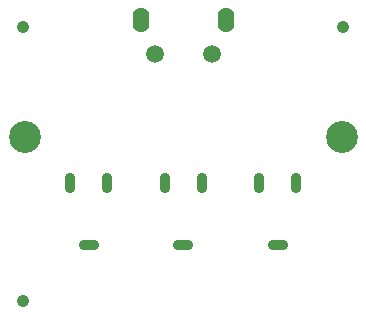
<source format=gbs>
G04 Layer_Color=16711935*
%FSLAX25Y25*%
%MOIN*%
G70*
G01*
G75*
%ADD27C,0.04134*%
%ADD48O,0.03556X0.06706*%
%ADD49O,0.06706X0.03556*%
%ADD50O,0.05524X0.08280*%
%ADD51C,0.05918*%
%ADD52C,0.10642*%
D27*
X1732Y-7323D02*
D03*
X108504D02*
D03*
X1732Y-98661D02*
D03*
D48*
X49016Y-59193D02*
D03*
X61221D02*
D03*
X92716D02*
D03*
X80512D02*
D03*
X17520D02*
D03*
X29724D02*
D03*
D49*
X55118Y-80020D02*
D03*
X86614D02*
D03*
X23622D02*
D03*
D50*
X69291Y-4921D02*
D03*
X40945D02*
D03*
D51*
X64665Y-16339D02*
D03*
X45571D02*
D03*
D52*
X107953Y-43898D02*
D03*
X2285D02*
D03*
M02*

</source>
